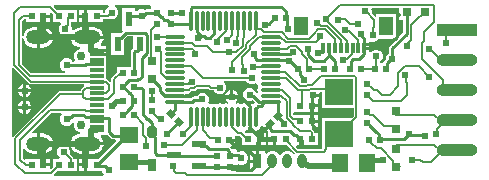
<source format=gtl>
G04*
G04 #@! TF.GenerationSoftware,Altium Limited,Altium Designer,22.1.2 (22)*
G04*
G04 Layer_Physical_Order=1*
G04 Layer_Color=255*
%FSLAX25Y25*%
%MOIN*%
G70*
G04*
G04 #@! TF.SameCoordinates,32997ABC-C250-4A50-851A-9512557143E5*
G04*
G04*
G04 #@! TF.FilePolarity,Positive*
G04*
G01*
G75*
%ADD13C,0.00600*%
%ADD16C,0.00800*%
%ADD17R,0.02362X0.05118*%
%ADD18R,0.03000X0.03000*%
%ADD19R,0.02165X0.02362*%
%ADD20R,0.02362X0.02165*%
%ADD21R,0.04724X0.06299*%
%ADD22R,0.01181X0.03543*%
%ADD23R,0.03000X0.03000*%
%ADD24R,0.05118X0.02362*%
%ADD25R,0.09449X0.08661*%
%ADD26O,0.07087X0.01181*%
%ADD27O,0.01181X0.07087*%
G04:AMPARAMS|DCode=28|XSize=23.62mil|YSize=21.65mil|CornerRadius=0mil|HoleSize=0mil|Usage=FLASHONLY|Rotation=45.000|XOffset=0mil|YOffset=0mil|HoleType=Round|Shape=Rectangle|*
%AMROTATEDRECTD28*
4,1,4,-0.00070,-0.01601,-0.01601,-0.00070,0.00070,0.01601,0.01601,0.00070,-0.00070,-0.01601,0.0*
%
%ADD28ROTATEDRECTD28*%

G04:AMPARAMS|DCode=29|XSize=23.62mil|YSize=21.65mil|CornerRadius=0mil|HoleSize=0mil|Usage=FLASHONLY|Rotation=135.000|XOffset=0mil|YOffset=0mil|HoleType=Round|Shape=Rectangle|*
%AMROTATEDRECTD29*
4,1,4,0.01601,-0.00070,0.00070,-0.01601,-0.01601,0.00070,-0.00070,0.01601,0.01601,-0.00070,0.0*
%
%ADD29ROTATEDRECTD29*%

%ADD30R,0.03150X0.03937*%
G04:AMPARAMS|DCode=31|XSize=39.37mil|YSize=31.5mil|CornerRadius=0mil|HoleSize=0mil|Usage=FLASHONLY|Rotation=90.000|XOffset=0mil|YOffset=0mil|HoleType=Round|Shape=Octagon|*
%AMOCTAGOND31*
4,1,8,0.00787,0.01968,-0.00787,0.01968,-0.01575,0.01181,-0.01575,-0.01181,-0.00787,-0.01968,0.00787,-0.01968,0.01575,-0.01181,0.01575,0.01181,0.00787,0.01968,0.0*
%
%ADD31OCTAGOND31*%

%ADD32R,0.05906X0.05256*%
%ADD33R,0.05256X0.05906*%
%ADD34O,0.13780X0.04016*%
%ADD35R,0.13780X0.04016*%
%ADD36R,0.04528X0.01181*%
%ADD37R,0.04520X0.01180*%
%ADD64C,0.01000*%
%ADD65C,0.02000*%
%ADD66C,0.01500*%
%ADD67O,0.03150X0.04724*%
%ADD68R,0.03150X0.04724*%
%ADD69O,0.09055X0.04724*%
%ADD70O,0.07874X0.04724*%
%ADD71C,0.02953*%
%ADD72C,0.02400*%
G36*
X47524Y57595D02*
Y56535D01*
X45792D01*
X45792Y56535D01*
X45484Y56474D01*
X44938Y56700D01*
X44062D01*
X43254Y56365D01*
X42839Y55950D01*
X42339Y56157D01*
Y56906D01*
X37976D01*
Y49787D01*
X37984D01*
X38191Y49287D01*
X37542Y48638D01*
X34236D01*
Y41520D01*
X38598D01*
Y46522D01*
X39692Y47616D01*
X41717D01*
Y43700D01*
X41586Y43613D01*
X41586Y43613D01*
X41234Y43261D01*
X40991Y42897D01*
X40906Y42468D01*
X40906Y42468D01*
Y37516D01*
X36106D01*
Y35436D01*
X34570Y33899D01*
X34371Y33601D01*
X34301Y33250D01*
Y32704D01*
X33801Y32496D01*
X33258Y33040D01*
X32961Y33238D01*
X32694Y33292D01*
Y36039D01*
X32688D01*
Y38007D01*
X32676D01*
Y39945D01*
X32686D01*
Y41036D01*
X32676D01*
Y41157D01*
X29422D01*
Y42036D01*
X32686D01*
Y42217D01*
X29422D01*
Y43217D01*
X32686D01*
Y44307D01*
X30960D01*
X30791Y44807D01*
X30842Y44847D01*
X31381Y45549D01*
X31720Y46367D01*
X31769Y46745D01*
X26279D01*
X20788D01*
X20838Y46367D01*
X21176Y45549D01*
X21715Y44847D01*
X22418Y44308D01*
X23236Y43969D01*
X23900Y43881D01*
X23867Y43382D01*
X23818D01*
X22908Y43005D01*
X22211Y42308D01*
X21834Y41398D01*
Y40413D01*
X22162Y39622D01*
X21938Y39122D01*
X21417D01*
X21365Y39246D01*
X20746Y39865D01*
X19938Y40200D01*
X19062D01*
X18254Y39865D01*
X17635Y39246D01*
X17300Y38438D01*
Y37562D01*
X17635Y36754D01*
X18254Y36135D01*
X18902Y35866D01*
X18803Y35366D01*
X7628D01*
X4518Y38477D01*
Y46880D01*
X5018Y46913D01*
X5090Y46366D01*
X5428Y45548D01*
X5967Y44846D01*
X6670Y44307D01*
X7488Y43968D01*
X8365Y43853D01*
X9440D01*
Y47244D01*
Y50635D01*
X8365D01*
X7488Y50520D01*
X6670Y50181D01*
X5967Y49642D01*
X5428Y48940D01*
X5090Y48122D01*
X5018Y47575D01*
X4518Y47607D01*
Y52720D01*
X5211Y53413D01*
X5791D01*
Y52248D01*
X11213D01*
Y54331D01*
X11713D01*
Y54831D01*
X13894D01*
Y55415D01*
X14356Y55607D01*
X14846Y55116D01*
Y52248D01*
X17385D01*
X17593Y51748D01*
X17135Y51291D01*
X16800Y50482D01*
Y49607D01*
X17135Y48798D01*
X17754Y48179D01*
X18562Y47844D01*
X19438D01*
X20246Y48179D01*
X20376Y48309D01*
X20692Y48181D01*
X20829Y48055D01*
X20788Y47745D01*
X25779D01*
Y50636D01*
X24113D01*
X23236Y50520D01*
X22418Y50181D01*
X21715Y49643D01*
X21700Y49622D01*
X21200Y49792D01*
Y50482D01*
X20865Y51291D01*
X20793Y51362D01*
X20804Y51418D01*
Y52248D01*
X22949D01*
Y56413D01*
X16144D01*
X15086Y57472D01*
X15277Y57934D01*
X33320D01*
X33419Y57434D01*
X33254Y57365D01*
X32635Y56746D01*
X32300Y55938D01*
Y55350D01*
X31610D01*
Y56413D01*
X26189D01*
Y54331D01*
Y52248D01*
X31610D01*
Y53311D01*
X33331D01*
X33721Y53389D01*
X33770Y53421D01*
X34062Y53300D01*
X34938D01*
X35746Y53635D01*
X36365Y54254D01*
X36700Y55062D01*
Y55938D01*
X36365Y56746D01*
X35746Y57365D01*
X35581Y57434D01*
X35680Y57934D01*
X47164D01*
X47524Y57595D01*
D02*
G37*
G36*
X6788Y31915D02*
X6870Y31832D01*
X6581Y31433D01*
X6483Y31474D01*
X6000Y31674D01*
Y30000D01*
X7674D01*
X7365Y30746D01*
X6977Y31134D01*
X6905Y31206D01*
X7158Y31607D01*
X7190Y31629D01*
X7292Y31608D01*
X7519Y31563D01*
X25076D01*
X25160Y31446D01*
X25265Y31063D01*
X24351Y30149D01*
X24152Y29851D01*
X24082Y29500D01*
Y29418D01*
X17330D01*
X16979Y29348D01*
X16681Y29149D01*
X1751Y14219D01*
X1622Y14025D01*
X1122Y14124D01*
Y36874D01*
X1622Y37081D01*
X6788Y31915D01*
D02*
G37*
G36*
X17871Y21482D02*
X17635Y21246D01*
X17300Y20438D01*
Y19562D01*
X17635Y18754D01*
X18254Y18135D01*
X19062Y17800D01*
X19938D01*
X20746Y18135D01*
X21365Y18754D01*
X21372Y18771D01*
X21834Y18642D01*
Y17657D01*
X22211Y16746D01*
X22908Y16050D01*
X23818Y15673D01*
X23854D01*
X23886Y15173D01*
X23236Y15087D01*
X22418Y14748D01*
X21715Y14209D01*
X21177Y13507D01*
X20838Y12689D01*
X20788Y12311D01*
X26279D01*
X31770D01*
X31720Y12689D01*
X31381Y13507D01*
X30842Y14209D01*
X30757Y14275D01*
X30918Y14748D01*
X32692D01*
X33114Y14558D01*
X34124Y13547D01*
X34124Y13547D01*
X34488Y13304D01*
X34917Y13219D01*
X35631D01*
X35838Y12719D01*
X29926Y6807D01*
X26189D01*
Y4724D01*
Y2642D01*
X31300D01*
Y2562D01*
X31635Y1754D01*
X31767Y1622D01*
X31560Y1122D01*
X15331D01*
X15124Y1622D01*
X16144Y2642D01*
X22949D01*
Y6807D01*
X21670D01*
X21615Y7083D01*
X21417Y7381D01*
X20564Y8234D01*
X20700Y8562D01*
Y9438D01*
X20365Y10246D01*
X19746Y10865D01*
X18938Y11200D01*
X18062D01*
X17254Y10865D01*
X16635Y10246D01*
X16300Y9438D01*
Y8562D01*
X16635Y7754D01*
X17082Y7307D01*
X16874Y6807D01*
X14846D01*
Y3940D01*
X14356Y3449D01*
X13894Y3640D01*
Y4224D01*
X11713D01*
Y4724D01*
X11213D01*
Y6807D01*
X5791D01*
Y6660D01*
X5329Y6468D01*
X4918Y6880D01*
Y10042D01*
X5418Y10142D01*
X5429Y10115D01*
X5968Y9413D01*
X6670Y8874D01*
X7488Y8535D01*
X8365Y8420D01*
X9440D01*
Y11811D01*
Y15202D01*
X8365D01*
X8290Y15192D01*
X8056Y15665D01*
X14373Y21982D01*
X17664D01*
X17871Y21482D01*
D02*
G37*
G36*
X79336Y32572D02*
X79955Y31953D01*
X80764Y31618D01*
X81639D01*
X82447Y31953D01*
X82595Y32101D01*
X83056Y31854D01*
X83024Y31693D01*
X83147Y31072D01*
X83390Y30709D01*
X83147Y30345D01*
X83024Y29724D01*
X83147Y29104D01*
X83207Y29014D01*
X83071Y28704D01*
X82542Y28741D01*
X82274Y29387D01*
X81655Y30005D01*
X80847Y30340D01*
X79972D01*
X79163Y30005D01*
X78544Y29387D01*
X78209Y28578D01*
Y27703D01*
X78544Y26894D01*
X79163Y26275D01*
X79972Y25940D01*
X80847D01*
X81643Y26270D01*
X82213Y25701D01*
X82049Y25158D01*
X81860Y25120D01*
X81496Y24877D01*
X81132Y25120D01*
X81012Y25144D01*
Y24287D01*
X80982Y24243D01*
X80858Y23622D01*
Y20669D01*
Y17717D01*
X80982Y17096D01*
X81012Y17051D01*
Y16194D01*
X81132Y16218D01*
X81496Y16461D01*
X81860Y16218D01*
X82480Y16095D01*
X83101Y16218D01*
X83627Y16570D01*
X83979Y17096D01*
X84102Y17717D01*
Y17729D01*
X84602Y17936D01*
X85365Y17174D01*
X86907Y18716D01*
X87614Y18009D01*
X86072Y16467D01*
X86667Y15871D01*
X86500Y15469D01*
X86500D01*
Y13886D01*
X88681D01*
Y13386D01*
X89181D01*
Y11303D01*
X92911D01*
X95411Y8803D01*
X95409Y8381D01*
X94974Y8417D01*
X94888Y8529D01*
X94350Y8942D01*
X93723Y9201D01*
X93051Y9290D01*
X92379Y9201D01*
X91753Y8942D01*
X91215Y8529D01*
X90828Y8025D01*
X90559Y7989D01*
X90543D01*
X90275Y8025D01*
X89887Y8529D01*
X89350Y8942D01*
X88723Y9201D01*
X88051Y9290D01*
X87379Y9201D01*
X86753Y8942D01*
X86215Y8529D01*
X86126Y8414D01*
X85626Y8583D01*
Y9268D01*
X83551D01*
Y5906D01*
X83051D01*
Y5406D01*
X80476D01*
Y2543D01*
X80028Y2418D01*
X76098D01*
Y3535D01*
X74016D01*
Y4535D01*
X76098D01*
Y4813D01*
X76598Y5065D01*
X77239Y4800D01*
X78114D01*
X78923Y5135D01*
X79541Y5754D01*
X79876Y6562D01*
Y7438D01*
X79541Y8246D01*
X78923Y8865D01*
X78114Y9200D01*
X77239D01*
X76764Y9003D01*
X76733Y9009D01*
X76733Y9009D01*
X76098D01*
Y9957D01*
X74394D01*
X74226Y10207D01*
X74024Y10409D01*
X74231Y10909D01*
X75705D01*
Y12492D01*
X73524D01*
Y13492D01*
X75705D01*
Y14254D01*
X75998Y14471D01*
X76205Y14555D01*
X76483Y14500D01*
X77116D01*
X77839Y13777D01*
Y11303D01*
X83260D01*
Y13386D01*
Y15469D01*
X79077D01*
X78933Y15663D01*
X79146Y16215D01*
X79164Y16218D01*
X79528Y16461D01*
X79891Y16218D01*
X80012Y16194D01*
Y17051D01*
X80042Y17096D01*
X80165Y17717D01*
Y20669D01*
Y23622D01*
X80042Y24243D01*
X80012Y24287D01*
Y25144D01*
X79891Y25120D01*
X79528Y24877D01*
X79164Y25120D01*
X78543Y25244D01*
X77923Y25120D01*
X77559Y24877D01*
X77195Y25120D01*
X76575Y25244D01*
X75954Y25120D01*
X75898Y25156D01*
X75861Y25272D01*
X75875Y25764D01*
X76365Y26254D01*
X76674Y27000D01*
X72326D01*
X72635Y26254D01*
X73254Y25635D01*
X73272Y25627D01*
X73126Y25147D01*
X72638Y25244D01*
X72017Y25120D01*
X71653Y24877D01*
X71290Y25120D01*
X70669Y25244D01*
X70049Y25120D01*
X69685Y24877D01*
X69321Y25120D01*
X68701Y25244D01*
X68080Y25120D01*
X67716Y24877D01*
X67353Y25120D01*
X66997Y25191D01*
X66683Y25678D01*
X66677Y25726D01*
X66862Y26172D01*
Y27047D01*
X66527Y27856D01*
X65908Y28474D01*
X65100Y28809D01*
X64225D01*
X63416Y28474D01*
X62797Y27856D01*
X62679Y27571D01*
X61962D01*
X61533Y27486D01*
X61169Y27243D01*
X61169Y27243D01*
X61001Y27074D01*
X60566Y27104D01*
X60453Y27256D01*
X59327D01*
X59282Y27286D01*
X58661Y27409D01*
X55709D01*
Y28102D01*
X58661D01*
X59282Y28226D01*
X59327Y28256D01*
X60184D01*
X60164Y28354D01*
X60163Y28383D01*
X60407Y28906D01*
X60433Y28911D01*
X60730Y29110D01*
X61047Y29427D01*
X62043D01*
X62394Y29497D01*
X62691Y29696D01*
X63078Y30082D01*
X66600D01*
X66831Y29851D01*
X67129Y29652D01*
X67480Y29582D01*
X68499D01*
X68635Y29254D01*
X69254Y28635D01*
X70062Y28300D01*
X70938D01*
X71746Y28635D01*
X72365Y29254D01*
X72700Y30062D01*
Y30938D01*
X72365Y31746D01*
X71829Y32282D01*
X71920Y32673D01*
X71982Y32782D01*
X79249D01*
X79336Y32572D01*
D02*
G37*
G36*
X104512Y23606D02*
X115143D01*
Y20968D01*
X114663Y20488D01*
X104512D01*
Y10085D01*
X96724D01*
X95968Y10841D01*
X96160Y11303D01*
X96842D01*
Y13386D01*
X97843D01*
Y11303D01*
X103264D01*
Y15469D01*
X102000D01*
Y15649D01*
X101930Y16000D01*
X101732Y16297D01*
X101380Y16649D01*
X101291Y16709D01*
X101442Y17209D01*
X103264D01*
Y18791D01*
X101083D01*
Y19291D01*
X100583D01*
Y21374D01*
X95161D01*
X94918Y21773D01*
Y21928D01*
X95161Y22327D01*
X100583D01*
Y24409D01*
X101083D01*
Y24909D01*
X103264D01*
Y26492D01*
X103264Y26492D01*
X103435Y26921D01*
X103674Y27500D01*
X101500D01*
Y28500D01*
X103674D01*
X103564Y28767D01*
X103841Y29182D01*
X104512D01*
Y23606D01*
D02*
G37*
G36*
X129079Y46236D02*
X127207Y44364D01*
X126964Y44000D01*
X126878Y43571D01*
X126878Y43571D01*
Y41917D01*
X126754Y41865D01*
X126135Y41246D01*
X125800Y40438D01*
Y39913D01*
X125292Y39404D01*
X125048Y39040D01*
X124980Y38697D01*
X124040D01*
X124022Y38725D01*
X123887Y39197D01*
X124404Y39714D01*
X124739Y40523D01*
Y41398D01*
X124404Y42207D01*
X123786Y42826D01*
X122977Y43161D01*
X122102D01*
X121293Y42826D01*
X120791Y42324D01*
X120291Y42489D01*
Y43103D01*
X118701D01*
Y44103D01*
X120291D01*
Y45604D01*
X120707Y45882D01*
X120985Y45767D01*
X121860D01*
X122669Y46102D01*
X123287Y46721D01*
X123294Y46736D01*
X128872D01*
X129079Y46236D01*
D02*
G37*
G36*
X130326Y53090D02*
X131705D01*
Y48862D01*
X129847Y47004D01*
X129347Y47211D01*
Y55035D01*
X122622D01*
Y54329D01*
X122160Y54137D01*
X121093Y55204D01*
X121200Y55462D01*
Y56338D01*
X121064Y56667D01*
X121342Y57082D01*
X130326D01*
Y53090D01*
D02*
G37*
%LPC*%
G36*
X25189Y56413D02*
X23508D01*
Y54831D01*
X25189D01*
Y56413D01*
D02*
G37*
G36*
Y53831D02*
X23508D01*
Y52248D01*
X25189D01*
Y53831D01*
D02*
G37*
G36*
X13894D02*
X12213D01*
Y52248D01*
X13894D01*
Y53831D01*
D02*
G37*
G36*
X28444Y50636D02*
X26779D01*
Y47745D01*
X31769D01*
X31720Y48122D01*
X31381Y48940D01*
X30842Y49643D01*
X30140Y50181D01*
X29322Y50520D01*
X28444Y50636D01*
D02*
G37*
G36*
X11515Y50635D02*
X10440D01*
Y47744D01*
X14840D01*
X14791Y48122D01*
X14452Y48940D01*
X13913Y49642D01*
X13210Y50181D01*
X12393Y50520D01*
X11515Y50635D01*
D02*
G37*
G36*
X14840Y46744D02*
X10440D01*
Y43853D01*
X11515D01*
X12393Y43968D01*
X13210Y44307D01*
X13913Y44846D01*
X14452Y45548D01*
X14791Y46366D01*
X14840Y46744D01*
D02*
G37*
G36*
X5000Y31674D02*
X4254Y31365D01*
X3635Y30746D01*
X3326Y30000D01*
X5000D01*
Y31674D01*
D02*
G37*
G36*
X7674Y29000D02*
X6000D01*
Y27326D01*
X6746Y27635D01*
X7365Y28254D01*
X7674Y29000D01*
D02*
G37*
G36*
X5000D02*
X3326D01*
X3635Y28254D01*
X4254Y27635D01*
X5000Y27326D01*
Y29000D01*
D02*
G37*
G36*
X6000Y26174D02*
Y24500D01*
X7674D01*
X7365Y25246D01*
X6746Y25865D01*
X6000Y26174D01*
D02*
G37*
G36*
X5000D02*
X4254Y25865D01*
X3635Y25246D01*
X3326Y24500D01*
X5000D01*
Y26174D01*
D02*
G37*
G36*
X7674Y23500D02*
X6000D01*
Y21826D01*
X6746Y22135D01*
X7365Y22754D01*
X7674Y23500D01*
D02*
G37*
G36*
X5000D02*
X3326D01*
X3635Y22754D01*
X4254Y22135D01*
X5000Y21826D01*
Y23500D01*
D02*
G37*
G36*
X11515Y15202D02*
X10440D01*
Y12311D01*
X14841D01*
X14791Y12688D01*
X14452Y13506D01*
X13913Y14209D01*
X13211Y14748D01*
X12393Y15086D01*
X11515Y15202D01*
D02*
G37*
G36*
X31770Y11311D02*
X26779D01*
Y8420D01*
X28444D01*
X29322Y8536D01*
X30140Y8874D01*
X30842Y9413D01*
X31381Y10116D01*
X31720Y10934D01*
X31770Y11311D01*
D02*
G37*
G36*
X25779D02*
X20788D01*
X20838Y10934D01*
X21177Y10116D01*
X21715Y9413D01*
X22418Y8874D01*
X23236Y8536D01*
X24114Y8420D01*
X25779D01*
Y11311D01*
D02*
G37*
G36*
X14841Y11311D02*
X10440D01*
Y8420D01*
X11515D01*
X12393Y8535D01*
X13211Y8874D01*
X13913Y9413D01*
X14452Y10115D01*
X14791Y10933D01*
X14841Y11311D01*
D02*
G37*
G36*
X13894Y6807D02*
X12213D01*
Y5224D01*
X13894D01*
Y6807D01*
D02*
G37*
G36*
X25189D02*
X23508D01*
Y5224D01*
X25189D01*
Y6807D01*
D02*
G37*
G36*
Y4224D02*
X23508D01*
Y2642D01*
X25189D01*
Y4224D01*
D02*
G37*
G36*
X75000Y29674D02*
Y28000D01*
X76674D01*
X76365Y28746D01*
X75746Y29365D01*
X75000Y29674D01*
D02*
G37*
G36*
X74000D02*
X73254Y29365D01*
X72635Y28746D01*
X72326Y28000D01*
X74000D01*
Y29674D01*
D02*
G37*
G36*
X85941Y15469D02*
X84260D01*
Y13886D01*
X85941D01*
Y15469D01*
D02*
G37*
G36*
X88181Y12886D02*
X86500D01*
Y11303D01*
X88181D01*
Y12886D01*
D02*
G37*
G36*
X85941D02*
X84260D01*
Y11303D01*
X85941D01*
Y12886D01*
D02*
G37*
G36*
X82551Y9268D02*
X80476D01*
Y6406D01*
X82551D01*
Y9268D01*
D02*
G37*
G36*
X103264Y23910D02*
X101583D01*
Y22327D01*
X103264D01*
Y23910D01*
D02*
G37*
G36*
X101583Y21374D02*
Y19791D01*
X103264D01*
Y21374D01*
X101583D01*
D02*
G37*
%LPD*%
D13*
X47579Y39674D02*
Y49547D01*
X55694Y47456D02*
X55709Y47441D01*
X47579Y39674D02*
X48031Y39221D01*
X49679Y47471D02*
X49694Y47456D01*
X47579Y49547D02*
X49606Y51575D01*
X49694Y47456D02*
X55694D01*
X49965Y43283D02*
X51000Y42248D01*
Y35278D02*
Y42248D01*
X49965Y43283D02*
Y43500D01*
X51000Y35278D02*
X52616Y33661D01*
X48000Y26311D02*
X48031Y26280D01*
X48000Y26311D02*
Y29521D01*
X7248Y34449D02*
X29430D01*
X3600Y38097D02*
X7248Y34449D01*
X7519Y32481D02*
X29421D01*
X2000Y38000D02*
Y55500D01*
Y38000D02*
X7519Y32481D01*
X3600Y38097D02*
Y53100D01*
X33619Y29619D02*
Y31381D01*
X29511Y32391D02*
X32609D01*
X33619Y31381D01*
X4000Y57500D02*
X13760D01*
X2000Y55500D02*
X4000Y57500D01*
X19000Y50044D02*
Y50531D01*
X19887Y51418D01*
Y53548D01*
X52616Y33661D02*
X55709D01*
X110521Y58000D02*
X141648D01*
X142000Y52500D02*
Y57648D01*
X138630Y49130D02*
X142000Y52500D01*
X141648Y58000D02*
X142000Y57648D01*
X119000Y55900D02*
X119100D01*
X106041Y53521D02*
X110521Y58000D01*
X119100Y55900D02*
X122000Y53000D01*
X134226Y51405D02*
X137134Y54312D01*
X133000Y44500D02*
Y44987D01*
X134226Y46213D02*
Y51405D01*
X133000Y44987D02*
X134226Y46213D01*
X138630Y46000D02*
Y49130D01*
X121539Y21461D02*
X125396Y17604D01*
X129134D01*
X120468Y21461D02*
X121539D01*
X119685Y22244D02*
X120468Y21461D01*
X119685Y22244D02*
Y22343D01*
X146000Y45320D02*
Y47820D01*
X147708Y49528D01*
X138000Y45370D02*
X138630Y46000D01*
X138000Y40000D02*
Y45370D01*
X140426Y43500D02*
X144398Y39528D01*
X140100Y43500D02*
X140426D01*
X144398Y39528D02*
X149606D01*
X106062Y53500D02*
X106386Y53176D01*
X109991Y52963D02*
X110238Y53210D01*
X112400D01*
X113945Y51665D01*
X116443D01*
X112204Y49704D02*
X112543Y49365D01*
X106386Y52553D02*
Y53176D01*
X103351Y52000D02*
X104252Y51100D01*
X110827Y43603D02*
Y46415D01*
X104252Y51100D02*
X106141D01*
X110827Y46415D01*
X103000Y52000D02*
X103351D01*
X105644Y49900D02*
X108767Y46777D01*
Y43693D02*
Y46777D01*
X103375Y49900D02*
X105644D01*
X106386Y52553D02*
X112794Y46144D01*
X112543Y49365D02*
X113635D01*
X112794Y43603D02*
Y46144D01*
X101892Y48418D02*
X103375Y49900D01*
X102511Y45636D02*
X103992Y47118D01*
X100373Y46836D02*
X101892Y48356D01*
X103992Y47118D02*
Y47548D01*
X93269Y46836D02*
X100373D01*
X101892Y48356D02*
Y48418D01*
X92496Y45636D02*
X102511D01*
X122000Y50567D02*
Y53000D01*
X121700Y50267D02*
X122000Y50567D01*
X121700Y48245D02*
Y50267D01*
X137626Y54312D02*
X138826Y55512D01*
X137134Y54312D02*
X137626D01*
X120177Y12992D02*
X120276D01*
X121058Y12209D01*
X122969Y10200D02*
X124300D01*
X121058Y12111D02*
Y12209D01*
Y12111D02*
X122969Y10200D01*
X128365Y5286D02*
X128925Y4726D01*
X128365Y5286D02*
Y6135D01*
X128925Y4726D02*
X129774D01*
X130576Y3924D01*
X124300Y10200D02*
X128365Y6135D01*
X126135Y25970D02*
X126292Y26128D01*
X130759D01*
X132790Y28159D01*
X119685Y27953D02*
X121668Y25970D01*
X126135D01*
X62621Y44320D02*
X66180D01*
X68300Y42200D01*
X73500D01*
X64921Y33700D02*
X81083D01*
X81201Y33818D01*
X78300Y36200D02*
Y38100D01*
Y36200D02*
X78500Y36000D01*
X78000Y38400D02*
X78300Y38100D01*
X81853Y37487D02*
X87487D01*
X81649Y37283D02*
X81853Y37487D01*
X87487D02*
X87598Y37598D01*
X78000Y38400D02*
Y40803D01*
X61023Y37598D02*
X64921Y33700D01*
X74500Y36400D02*
Y39000D01*
X4000Y12907D02*
X13993Y22900D01*
X25607D02*
X25869Y22638D01*
X13993Y22900D02*
X25607D01*
X25869Y22638D02*
X29428D01*
X58200Y15000D02*
Y15045D01*
X60827Y17672D02*
Y20669D01*
X58200Y15045D02*
X60827Y17672D01*
X57752Y11500D02*
X59430Y13178D01*
X59678D02*
X62761Y16261D01*
X52223Y11500D02*
X57752D01*
X59430Y13178D02*
X59678D01*
X62761Y16261D02*
Y20635D01*
X62795Y20669D01*
X51915Y11192D02*
X52223Y11500D01*
X46000Y11000D02*
Y13751D01*
X45000Y14751D02*
X46000Y13751D01*
X45000Y14751D02*
Y18386D01*
X121422Y47967D02*
X121700Y48245D01*
X147708Y49528D02*
X149606D01*
X113635Y49365D02*
X116732Y46268D01*
Y43603D02*
Y46268D01*
X100230Y29700D02*
X100630Y30100D01*
X98024Y23910D02*
Y29649D01*
X97100Y30900D02*
X99370D01*
X96603Y29700D02*
X100230D01*
X92370Y35630D02*
X97100Y30900D01*
X92642Y33661D02*
X96603Y29700D01*
X99770Y31300D02*
X101300D01*
X98024Y29649D02*
X98075Y29700D01*
X99370Y30900D02*
X99770Y31300D01*
X109073Y30100D02*
X110236Y28937D01*
X100630Y30100D02*
X109073D01*
X87598Y35630D02*
X92370D01*
X87598Y33661D02*
X92642D01*
X93811Y44436D02*
X95870D01*
X87598Y43504D02*
X92879D01*
X91174Y48932D02*
X93269Y46836D01*
X97973Y41547D02*
Y42333D01*
X90691Y47441D02*
X92496Y45636D01*
X92879Y43504D02*
X93811Y44436D01*
X95870D02*
X97973Y42333D01*
Y41547D02*
X99611Y39909D01*
Y37298D02*
Y39909D01*
X82480Y49906D02*
Y50175D01*
X100295Y36614D02*
X105217D01*
X82480Y48177D02*
Y49906D01*
X99611Y37298D02*
X100295Y36614D01*
X96760Y18693D02*
Y19291D01*
X94893Y20074D02*
X96560D01*
X97342Y19291D01*
X92800Y20470D02*
Y25929D01*
X94949Y18149D02*
Y18321D01*
X97097Y16000D02*
X100731D01*
X94949Y18149D02*
X97097Y16000D01*
X92800Y20470D02*
X94949Y18321D01*
X94000Y20967D02*
Y26992D01*
Y20967D02*
X94893Y20074D01*
X92520Y12992D02*
X96344Y9168D01*
X105077D01*
X105812Y9902D01*
X101083Y13287D02*
Y15649D01*
X100731Y16000D02*
X101083Y15649D01*
X92421Y12992D02*
X92520D01*
X105812Y9902D02*
Y12028D01*
X107894Y14110D01*
X91008Y27721D02*
X92800Y25929D01*
X91302Y29690D02*
X94000Y26992D01*
X66980Y31000D02*
X67480Y30500D01*
X55820Y31804D02*
X60045D01*
X62043Y30345D02*
X62698Y31000D01*
X60667Y30345D02*
X62043D01*
X62698Y31000D02*
X66980D01*
X60686Y32445D02*
X61173D01*
X60082Y29759D02*
X60667Y30345D01*
X67480Y30500D02*
X70500D01*
X60045Y31804D02*
X60686Y32445D01*
X55709Y31693D02*
X55820Y31804D01*
X50691Y20416D02*
X51035Y20071D01*
X48031Y22441D02*
X50057Y20416D01*
X50691D01*
X101300Y31300D02*
X104368Y34368D01*
X134500Y6500D02*
X137399D01*
X138349Y5550D01*
X140761D01*
X144738Y9528D01*
X104368Y34368D02*
X115416D01*
X80500Y43303D02*
Y44500D01*
X83441Y47441D01*
X79300Y44997D02*
X82480Y48177D01*
X83441Y47441D02*
X90691D01*
X79300Y43800D02*
Y44997D01*
X78000Y40803D02*
X80500Y43303D01*
X74500Y39000D02*
X79300Y43800D01*
X85099Y48932D02*
X91174D01*
X84124Y49906D02*
X85099Y48932D01*
X82749Y49906D02*
X84124D01*
X82480Y50175D02*
X82749Y49906D01*
X133500Y15000D02*
X133750Y14750D01*
X138750D02*
X139000Y14500D01*
X142500Y15000D02*
X142768Y15268D01*
Y16755D01*
X129134Y11451D02*
X141985D01*
X143908Y9528D02*
X144738D01*
X141985Y11451D02*
X143908Y9528D01*
X140295Y33987D02*
Y34076D01*
X136756Y37615D02*
X140295Y34076D01*
X132299Y37615D02*
X136756D01*
X130000Y35315D02*
X132299Y37615D01*
X132274Y34620D02*
X132490Y34404D01*
X130000Y30920D02*
Y35315D01*
X132490Y32325D02*
Y34404D01*
X132790Y28159D02*
Y32025D01*
X132490Y32325D02*
X132790Y32025D01*
X48031Y22441D02*
Y22539D01*
X55344Y2656D02*
Y4156D01*
X55000Y4500D02*
X55344Y4156D01*
Y2656D02*
X55906Y2094D01*
X76164Y47412D02*
X76464Y47712D01*
X78100Y44297D02*
Y46784D01*
X78543Y47227D01*
X76000Y45311D02*
X76164Y45475D01*
X72803Y46470D02*
X73070D01*
X76464Y47712D02*
Y52448D01*
X73070Y46470D02*
X74606Y48006D01*
X76164Y45475D02*
Y47412D01*
X76003Y42200D02*
X78100Y44297D01*
X78543Y47227D02*
Y52559D01*
X76464Y52448D02*
X76575Y52559D01*
X73700Y42200D02*
X76003D01*
X73600Y42100D02*
X73700Y42200D01*
X69426Y45763D02*
Y46238D01*
X72638Y49449D01*
Y52559D01*
X74606Y48006D02*
Y52559D01*
X145237Y19224D02*
Y19528D01*
X138000Y40000D02*
X145024Y32976D01*
X146602Y29528D02*
X149606D01*
X145024Y31105D02*
X146602Y29528D01*
X145024Y31105D02*
Y32976D01*
X62472Y44469D02*
X62621Y44320D01*
X61362Y45472D02*
X62366Y44469D01*
X62472D01*
X55709Y45472D02*
X61362D01*
X61760Y42178D02*
X62104Y41834D01*
X61760Y42178D02*
Y43046D01*
X55709Y43504D02*
X61302D01*
X61760Y43046D01*
X55709Y37598D02*
X61023D01*
X55906Y2094D02*
X58875D01*
X59469Y1500D01*
X84704D01*
X19887Y53548D02*
X20669Y54331D01*
X55743Y29759D02*
X60082D01*
X55709Y29724D02*
X55743Y29759D01*
X74641Y17260D02*
Y20635D01*
X76483Y15417D02*
X77496D01*
X79921Y12992D01*
X74641Y17260D02*
X76483Y15417D01*
X84704Y1500D02*
X88051Y4847D01*
X74606Y20669D02*
X74641Y20635D01*
X111554Y39635D02*
X111860Y39941D01*
X112910D02*
X114573Y41605D01*
X111860Y39941D02*
X112910D01*
X114573Y41605D02*
Y43412D01*
X114763Y43603D01*
X127131Y28051D02*
X130000Y30920D01*
X121146Y30232D02*
X121182D01*
X119685Y31693D02*
X121146Y30232D01*
X122949Y29610D02*
X124409Y28150D01*
X121182Y30232D02*
X121804Y29610D01*
X122949D01*
X124409Y28051D02*
X127131D01*
X124409D02*
Y28150D01*
X108767Y43693D02*
X108858Y43603D01*
X122539Y36614D02*
Y40961D01*
X122500Y41000D02*
X122539Y40961D01*
X119685Y27953D02*
Y28051D01*
Y31693D02*
Y31791D01*
X88051Y4847D02*
Y5906D01*
X42126Y21260D02*
X45000Y18386D01*
X42028Y21260D02*
X42126D01*
X20768Y4724D02*
Y6732D01*
X18500Y9000D02*
X20768Y6732D01*
X20669Y54331D02*
X20768D01*
X9940Y11811D02*
X9940Y11811D01*
X26279D02*
X26279Y11811D01*
X9940Y47244D02*
X9992D01*
X26279D02*
X26279Y47244D01*
X9940D02*
X9940Y47244D01*
X142768Y16755D02*
X145237Y19224D01*
X143908Y19528D02*
X145237D01*
X149606D01*
X144738Y9528D02*
X149606D01*
X141985Y21451D02*
X143908Y19528D01*
X129134Y21451D02*
X141985D01*
X117618Y36614D02*
X122539D01*
X49606Y51575D02*
Y51673D01*
X115416Y34368D02*
X116061Y33723D01*
X114352Y16975D02*
Y18880D01*
X116061Y20588D01*
Y33723D01*
X87633Y29690D02*
X91302D01*
X87598Y29724D02*
X87633Y29690D01*
X87598Y27756D02*
X87633Y27721D01*
X91008D01*
X79921Y12992D02*
X80020D01*
X33075Y26575D02*
X35219Y28719D01*
Y33250D01*
X29513Y28634D02*
X32634D01*
X33619Y29619D01*
X35219Y33250D02*
X37402Y35433D01*
X37500D01*
X29422Y28543D02*
X29513Y28634D01*
X29428Y26575D02*
X33075D01*
X4000Y6500D02*
Y12907D01*
Y6500D02*
X5776Y4724D01*
X7972D01*
X2400Y5100D02*
X5500Y2000D01*
X2400Y5100D02*
Y13570D01*
X5500Y2000D02*
X14205D01*
X25000Y28500D02*
Y29500D01*
Y27500D02*
Y28500D01*
X17330D02*
X25000D01*
X2400Y13570D02*
X17330Y28500D01*
X14205Y2000D02*
X16929Y4724D01*
X17028D01*
X26012Y30512D02*
X29428D01*
X25000Y27500D02*
X25925Y26575D01*
X25000Y29500D02*
X26012Y30512D01*
X3600Y53100D02*
X4831Y54331D01*
X16929D02*
X17028D01*
X13760Y57500D02*
X16929Y54331D01*
X25925Y26575D02*
X29428D01*
X29421Y32481D02*
X29511Y32391D01*
X29430Y34449D02*
X29430Y34449D01*
X4831Y54331D02*
X7972D01*
D16*
X29429D02*
X33331D01*
X34500Y55500D01*
X64764Y16236D02*
Y20669D01*
Y16236D02*
X67325Y13675D01*
X69101D01*
X69784Y12992D01*
D17*
X40157Y53347D02*
D03*
X43898Y45079D02*
D03*
X36417D02*
D03*
D18*
X48031Y39221D02*
D03*
Y33221D02*
D03*
X129134Y10086D02*
D03*
Y4086D02*
D03*
X129134Y16685D02*
D03*
Y22685D02*
D03*
D19*
X119685Y18602D02*
D03*
Y22343D02*
D03*
X69685Y4035D02*
D03*
Y7776D02*
D03*
X54331Y55413D02*
D03*
Y51673D02*
D03*
X74016Y4035D02*
D03*
Y7776D02*
D03*
X49606Y51673D02*
D03*
Y55413D02*
D03*
X48031Y22539D02*
D03*
Y26280D02*
D03*
X119685Y31791D02*
D03*
Y28051D02*
D03*
D20*
X123917Y12992D02*
D03*
X120177D02*
D03*
X113878Y36614D02*
D03*
X117618D02*
D03*
X42028Y21260D02*
D03*
X38287D02*
D03*
X29429Y54331D02*
D03*
X25689D02*
D03*
X29429Y4724D02*
D03*
X25689D02*
D03*
X17028D02*
D03*
X20768D02*
D03*
X88808Y53678D02*
D03*
X92548D02*
D03*
X38287Y30709D02*
D03*
X42028D02*
D03*
X17028Y54331D02*
D03*
X20768D02*
D03*
X38287Y25984D02*
D03*
X42028D02*
D03*
X38287Y35433D02*
D03*
X42028D02*
D03*
X11713Y54331D02*
D03*
X7972D02*
D03*
X11713Y4724D02*
D03*
X7972D02*
D03*
X96555Y36614D02*
D03*
X100295D02*
D03*
X105217D02*
D03*
X108957D02*
D03*
X122146D02*
D03*
X125886D02*
D03*
X69784Y12992D02*
D03*
X73524D02*
D03*
X97342Y13386D02*
D03*
X101083D02*
D03*
Y19291D02*
D03*
X97342D02*
D03*
X88681Y13386D02*
D03*
X92421D02*
D03*
X101083Y24409D02*
D03*
X97342D02*
D03*
X80020Y13386D02*
D03*
X83760D02*
D03*
D21*
X125985Y50886D02*
D03*
X97637D02*
D03*
D22*
X104920Y43603D02*
D03*
X106889D02*
D03*
X108858D02*
D03*
X110827D02*
D03*
X112794D02*
D03*
X114763D02*
D03*
X116732D02*
D03*
X118701D02*
D03*
D23*
X138826Y55590D02*
D03*
X132826D02*
D03*
D24*
X63634Y4260D02*
D03*
Y11740D02*
D03*
X55366Y8000D02*
D03*
D25*
X110236Y15157D02*
D03*
Y28937D02*
D03*
D26*
X87598Y25787D02*
D03*
Y27756D02*
D03*
Y29724D02*
D03*
Y31693D02*
D03*
Y33661D02*
D03*
Y35630D02*
D03*
Y37598D02*
D03*
Y39567D02*
D03*
Y41535D02*
D03*
Y43504D02*
D03*
Y45472D02*
D03*
Y47441D02*
D03*
X55709D02*
D03*
Y45472D02*
D03*
Y43504D02*
D03*
Y41535D02*
D03*
Y39567D02*
D03*
Y37598D02*
D03*
Y35630D02*
D03*
Y33661D02*
D03*
Y31693D02*
D03*
Y29724D02*
D03*
Y27756D02*
D03*
Y25787D02*
D03*
D27*
X82480Y52559D02*
D03*
X80512D02*
D03*
X78543D02*
D03*
X76575D02*
D03*
X74606D02*
D03*
X72638D02*
D03*
X70669D02*
D03*
X68701D02*
D03*
X66732D02*
D03*
X64764D02*
D03*
X62795D02*
D03*
X60827D02*
D03*
Y20669D02*
D03*
X62795D02*
D03*
X64764D02*
D03*
X66732D02*
D03*
X68701D02*
D03*
X70669D02*
D03*
X72638D02*
D03*
X74606D02*
D03*
X76575D02*
D03*
X78543D02*
D03*
X80512D02*
D03*
X82480D02*
D03*
D28*
X87260Y18363D02*
D03*
X89905Y21007D02*
D03*
D29*
X56822Y19178D02*
D03*
X54178Y21822D02*
D03*
D30*
X48031Y4724D02*
D03*
D31*
Y15748D02*
D03*
D32*
X40157Y14734D02*
D03*
Y5738D02*
D03*
D33*
X119459Y5512D02*
D03*
X110463D02*
D03*
D34*
X149606Y9528D02*
D03*
Y29528D02*
D03*
Y39528D02*
D03*
Y19528D02*
D03*
D35*
Y49528D02*
D03*
D36*
X29428Y16339D02*
D03*
Y17520D02*
D03*
X29428Y19488D02*
D03*
Y20670D02*
D03*
X29428Y22638D02*
D03*
Y26575D02*
D03*
X29422Y28544D02*
D03*
X29428Y30512D02*
D03*
X29421Y32481D02*
D03*
X29430Y34449D02*
D03*
X29412Y38386D02*
D03*
Y39567D02*
D03*
X29422Y41536D02*
D03*
Y42717D02*
D03*
D37*
X29428Y24607D02*
D03*
X29428Y36417D02*
D03*
D64*
X37628Y47138D02*
X39228Y48738D01*
X36417Y46457D02*
X37098Y47138D01*
X39228Y48738D02*
X45534D01*
X37098Y47138D02*
X37628D01*
X36417Y45927D02*
Y46457D01*
X44500Y34086D02*
Y40385D01*
X46179Y42064D01*
X45534Y48738D02*
X46179Y48093D01*
Y42064D02*
Y48093D01*
X43382Y33250D02*
X43664D01*
X44500Y34086D01*
X43022Y32891D02*
X43382Y33250D01*
X39500Y22472D02*
Y22650D01*
X41346Y24497D01*
Y25402D01*
X38969Y21941D02*
X39500Y22472D01*
X38287Y21260D02*
X38386D01*
X38969Y21843D02*
Y21941D01*
X38386Y21260D02*
X38969Y21843D01*
X41346Y25402D02*
X41929Y25984D01*
X42028D01*
X39746Y29170D02*
X40391Y28526D01*
X39746Y29170D02*
Y29348D01*
X40569Y28526D02*
X41376Y27718D01*
X40391Y28526D02*
X40569D01*
X41959Y25984D02*
X42028D01*
X41376Y26567D02*
X41959Y25984D01*
X41376Y26567D02*
Y27718D01*
X43898Y43701D02*
Y45079D01*
X42028Y35433D02*
Y42468D01*
X42379Y42820D02*
X43016D01*
X42028Y42468D02*
X42379Y42820D01*
X43016D02*
X43898Y43701D01*
X40292Y32891D02*
X43022D01*
X132826Y48397D02*
Y55512D01*
X128000Y43571D02*
X132826Y48397D01*
X128000Y40000D02*
Y43571D01*
X128802Y46636D02*
X129447Y47280D01*
X118791Y44874D02*
X126758D01*
X128519Y46636D01*
X128802D01*
X129447Y47280D02*
Y54112D01*
X130226Y54892D01*
X118701Y44784D02*
X118791Y44874D01*
X123591Y13397D02*
X123824D01*
X123414Y13575D02*
Y14874D01*
X122458Y15829D02*
X123414Y14874D01*
X120366Y17921D02*
X122458Y15829D01*
Y15829D02*
Y15829D01*
X123414Y13575D02*
X123591Y13397D01*
X120177Y18012D02*
X120268Y17921D01*
X120366D01*
X124322Y13397D02*
X131897D01*
X133500Y15000D01*
X125886Y36614D02*
X126085Y36813D01*
Y38611D01*
X127206Y39732D01*
X127732D01*
X128000Y40000D01*
X20740Y20578D02*
X21662Y21500D01*
X20457Y20578D02*
X20740D01*
X19500Y20000D02*
X19879D01*
X20457Y20578D01*
X21662Y21500D02*
X25027D01*
X25858Y20669D01*
X29428D01*
X105270Y39500D02*
X106962Y41192D01*
X100000Y41500D02*
X102000Y39500D01*
X105270D01*
X103083Y42066D02*
X103348Y42331D01*
X104830D01*
X104920Y42421D01*
X53000Y15355D02*
X56822Y19178D01*
X53000Y15000D02*
Y15355D01*
X56822Y19178D02*
Y19178D01*
X49000Y8586D02*
Y13891D01*
X49586Y8000D02*
X56744D01*
X48031Y14860D02*
Y15748D01*
X49000Y8586D02*
X49586Y8000D01*
X48031Y14860D02*
X49000Y13891D01*
X118701Y44784D02*
Y46822D01*
X117557Y47966D02*
X118701Y46822D01*
X117557Y47966D02*
Y48453D01*
X118610Y41563D02*
Y43603D01*
X118701D02*
Y44784D01*
X93602Y39567D02*
X95774Y37395D01*
X87598Y39567D02*
X92758D01*
X93089Y39235D02*
X93468D01*
X92758Y39567D02*
X93089Y39235D01*
X97157Y34830D02*
Y36031D01*
X98232Y33268D02*
Y33755D01*
Y33268D02*
X98500Y33000D01*
X96574Y36614D02*
X97157Y36031D01*
Y34830D02*
X98232Y33755D01*
X96457Y36614D02*
X96574D01*
X101291Y23437D02*
Y27791D01*
X87191Y18293D02*
X87260Y18363D01*
X101291Y27791D02*
X101500Y28000D01*
X94621Y42336D02*
X95000D01*
X87598Y41535D02*
X93821D01*
X94621Y42336D01*
X104920Y42421D02*
Y43603D01*
X100000Y41500D02*
Y43500D01*
X89975Y20404D02*
X90013Y20442D01*
X92000Y18300D02*
Y18606D01*
X90164Y20442D02*
X92000Y18606D01*
X87275Y16725D02*
X88000Y16000D01*
X93865D01*
X87191Y17469D02*
Y18293D01*
X90013Y20442D02*
X90164D01*
X93865Y16000D02*
X95265Y14600D01*
X89975Y20404D02*
Y25704D01*
X83079Y13575D02*
Y14421D01*
X80477Y20704D02*
X80546Y20635D01*
Y16954D02*
X83079Y14421D01*
X83661Y12992D02*
X83858D01*
X80546Y16954D02*
Y20635D01*
X95265Y14600D02*
X96030D01*
X97244Y13386D01*
X97342D01*
X97770Y12958D01*
X87191Y17469D02*
X87275Y17385D01*
Y16725D02*
Y17385D01*
X103414Y10842D02*
X104000Y11428D01*
X97770D02*
Y12958D01*
X104000Y11428D02*
Y15291D01*
X98356Y10842D02*
X103414D01*
X97770Y11428D02*
X98356Y10842D01*
X84441Y15543D02*
X87260Y18363D01*
X84441Y13575D02*
Y15543D01*
X101181Y18110D02*
X104000Y15291D01*
X101083Y18110D02*
X101181D01*
X84708Y25787D02*
X85038D01*
X84770Y24897D02*
Y25519D01*
X85038Y25787D02*
X87598D01*
X82480Y20669D02*
Y23465D01*
X83360Y24345D01*
X84218D01*
X84770Y24897D01*
Y25519D02*
X85038Y25787D01*
X61530Y28945D02*
X62622D01*
X60341Y27756D02*
X61530Y28945D01*
X62622D02*
X63278Y29600D01*
X66400D01*
X64503Y26450D02*
X64662Y26609D01*
X61962Y26450D02*
X64503D01*
X61300Y25787D02*
X61962Y26450D01*
X66400Y29600D02*
X68500Y27500D01*
X74500D01*
X74518Y27518D02*
X77482D01*
X74500Y27500D02*
X74518Y27518D01*
X77482D02*
X80477Y24523D01*
X62830Y48860D02*
X64135Y47554D01*
X63746Y4148D02*
X70754D01*
X55709Y25787D02*
X61300D01*
X82898Y39602D02*
X87564D01*
X82127Y40373D02*
X82898Y39602D01*
X82127Y40373D02*
Y41425D01*
X81859Y41693D02*
X82127Y41425D01*
X101083Y23228D02*
X101291Y23437D01*
X95774Y37297D02*
Y37395D01*
Y37297D02*
X96457Y36614D01*
X60827Y52559D02*
Y57148D01*
X61178Y57500D01*
X91000D01*
X92548Y55952D01*
Y53678D02*
Y55952D01*
Y53678D02*
X92812Y53414D01*
Y50264D02*
Y53414D01*
Y50264D02*
X93075Y50000D01*
X85768Y51768D02*
X86799D01*
X85500Y51500D02*
X85768Y51768D01*
X86799D02*
X88709Y53678D01*
X133750Y14750D02*
X138750D01*
X45000Y21500D02*
Y29790D01*
X44414Y30376D02*
X45000Y29790D01*
X42360Y30376D02*
X44414D01*
X42028Y30709D02*
X42360Y30376D01*
X87564Y39602D02*
X87598Y39567D01*
X80677Y27872D02*
X81325D01*
X80477Y20704D02*
Y24523D01*
X80409Y28140D02*
X80677Y27872D01*
X81325D02*
X81349Y27849D01*
X81651D01*
X63401Y46969D02*
X63550D01*
X64135Y47554D01*
X65363D01*
X65745Y47172D01*
X62830Y48860D02*
Y52524D01*
X62795Y52559D02*
X62830Y52524D01*
X68675Y52534D02*
X68701Y52559D01*
X68675Y48675D02*
Y52534D01*
X67172Y47172D02*
X68675Y48675D01*
X65745Y47172D02*
X67172D01*
X44500Y54500D02*
X44879D01*
X40839D02*
X44500D01*
X87598Y25787D02*
X89891D01*
X81651Y27849D02*
X83701Y25799D01*
X19500Y38000D02*
X23006D01*
X23077Y37929D01*
X25543D01*
X26000Y38386D01*
X29412D01*
X54374Y55457D02*
X57957D01*
X54331Y55413D02*
X54374Y55457D01*
X57957D02*
X58000Y55500D01*
X77621Y7000D02*
X77676D01*
X79655Y10089D02*
X83051Y6693D01*
X76526Y10089D02*
X79655D01*
X74128Y7888D02*
X76733D01*
X73622Y12992D02*
X76526Y10089D01*
X73524Y12992D02*
X73622D01*
X83051Y5906D02*
Y6693D01*
X76733Y7888D02*
X77621Y7000D01*
X83051Y6693D02*
Y12284D01*
Y5118D02*
Y5906D01*
X76306Y2914D02*
X80847D01*
X83051Y5118D01*
X74598Y3354D02*
X75865D01*
X74016Y3937D02*
X74598Y3354D01*
X75865D02*
X76306Y2914D01*
X74016Y3937D02*
Y4035D01*
X70866D02*
X74016D01*
X55709Y27756D02*
X60341D01*
X74016Y7776D02*
X74128Y7888D01*
X66943Y10057D02*
X72791D01*
X63634Y11740D02*
X64315Y11059D01*
X65941D02*
X66943Y10057D01*
X64315Y11059D02*
X65941D01*
X73433Y8358D02*
Y9414D01*
X72791Y10057D02*
X73433Y9414D01*
Y8358D02*
X74016Y7776D01*
X56520D02*
X69685D01*
X70754Y4148D02*
X70866Y4035D01*
X63634Y4260D02*
X63746Y4148D01*
X56520Y7776D02*
X56744Y8000D01*
X83858Y12992D02*
X88681D01*
X114297Y37033D02*
Y39297D01*
X113878Y36614D02*
X114297Y37033D01*
Y39297D02*
X115000Y40000D01*
X108957Y36614D02*
Y39197D01*
X106962Y41192D02*
X108957Y39197D01*
X117047Y40000D02*
X118610Y41563D01*
X115000Y40000D02*
X117047D01*
X45000Y21500D02*
X45599Y20901D01*
X46390Y20008D02*
X46492D01*
X45599Y20799D02*
Y20901D01*
X47923Y15857D02*
Y18577D01*
X45599Y20799D02*
X46390Y20008D01*
X47923Y15857D02*
X48031Y15748D01*
X46492Y20008D02*
X47923Y18577D01*
X40157Y53819D02*
X40839Y54500D01*
X44879D02*
X45792Y55413D01*
X40157Y53543D02*
Y53819D01*
X45792Y55413D02*
X49606D01*
X83701Y25799D02*
X84696D01*
X84708Y25787D01*
X29764Y4390D02*
X32110D01*
X33500Y3000D01*
X29429Y4724D02*
X29764Y4390D01*
X54178Y21822D02*
Y21822D01*
X55709Y23353D01*
Y25787D01*
X123917Y12992D02*
X124322Y13397D01*
X88709Y53678D02*
X88808D01*
X106962Y41192D02*
Y43530D01*
X106889Y43603D02*
X106962Y43530D01*
X60743Y51673D02*
X60827Y51757D01*
Y52559D01*
X54331Y51673D02*
X60743D01*
X52970Y53132D02*
X54331Y51772D01*
X50967Y53954D02*
X51145D01*
X49606Y55315D02*
Y55413D01*
X54331Y51673D02*
Y51772D01*
X51967Y53132D02*
X52970D01*
X51145Y53954D02*
X51967Y53132D01*
X49606Y55315D02*
X50967Y53954D01*
X89891Y25787D02*
X89975Y25704D01*
X101083Y18110D02*
Y23228D01*
X83079Y12409D02*
X83661Y12992D01*
X83079Y12311D02*
Y12409D01*
X83051Y12284D02*
X83079Y12311D01*
X83858Y12992D02*
X84441Y13575D01*
X83079D02*
X83661Y12992D01*
X38287Y30709D02*
X38386D01*
X39746Y29348D01*
X48031Y33510D02*
X50700Y30841D01*
Y29390D02*
Y30841D01*
Y29390D02*
X52299Y27790D01*
X55674D02*
X55709Y27756D01*
X52299Y27790D02*
X55674D01*
X38969Y31291D02*
Y31567D01*
X40292Y32891D01*
X38386Y30709D02*
X38969Y31291D01*
X29860Y5057D02*
Y5156D01*
X29429Y4724D02*
X29528D01*
X38280Y12856D02*
X40157Y14734D01*
X29528Y4724D02*
X29860Y5057D01*
X37561Y12856D02*
X38280D01*
X29860Y5156D02*
X37561Y12856D01*
X33500Y15758D02*
X34917Y14341D01*
X30440Y20500D02*
X33442D01*
X33500Y20442D01*
Y15758D02*
Y20442D01*
X34917Y14341D02*
X39045D01*
X29412Y38386D02*
Y39567D01*
D65*
X9992Y47244D02*
X26279D01*
X98582Y4898D02*
X99399D01*
X109451Y4500D02*
X110463Y5512D01*
X98051Y5429D02*
Y5906D01*
X99399Y4898D02*
X99798Y4500D01*
X98051Y5429D02*
X98582Y4898D01*
X99798Y4500D02*
X109451D01*
X27749Y42717D02*
X29422D01*
X27755Y16339D02*
X29428D01*
X9940Y11811D02*
X26279D01*
X25689Y47834D02*
X26279Y47244D01*
X9992D02*
X11713Y48964D01*
X27665Y16248D02*
X27755Y16339D01*
X26279Y11811D02*
X27665Y13197D01*
Y16248D01*
X27659Y42807D02*
X27749Y42717D01*
X26279Y47244D02*
X27659Y45864D01*
Y42807D02*
Y45864D01*
X25689Y47834D02*
Y54331D01*
Y11221D02*
X26279Y11811D01*
X25689Y4724D02*
Y11221D01*
X11713Y48964D02*
Y54331D01*
Y4724D02*
Y10090D01*
X9992Y11811D02*
X11713Y10090D01*
X9940Y11811D02*
X9992D01*
D66*
X119459Y5512D02*
X120447Y6500D01*
X125000D01*
X34500Y24500D02*
X35984Y25984D01*
X38287D01*
X47018Y5738D02*
X48031Y4724D01*
X40157Y5738D02*
X47018D01*
D67*
X98051Y5906D02*
D03*
X93051D02*
D03*
X88051D02*
D03*
D68*
X83051D02*
D03*
D69*
X26279Y47245D02*
D03*
X26279Y11811D02*
D03*
D70*
X9940Y11811D02*
D03*
X9940Y47244D02*
D03*
D71*
X24310Y18149D02*
D03*
Y40905D02*
D03*
D72*
X49679Y47471D02*
D03*
X48000Y29521D02*
D03*
X19000Y50044D02*
D03*
X49965Y43500D02*
D03*
X119000Y55900D02*
D03*
X133000Y44500D02*
D03*
X146000Y45320D02*
D03*
X140100Y43500D02*
D03*
X109991Y52963D02*
D03*
X112204Y49704D02*
D03*
X103000Y52000D02*
D03*
X106041Y53521D02*
D03*
X103992Y47548D02*
D03*
X125000Y6500D02*
D03*
X5500Y29500D02*
D03*
Y24000D02*
D03*
X128000Y40000D02*
D03*
X81201Y33818D02*
D03*
X78500Y36000D02*
D03*
X81649Y37283D02*
D03*
X74500Y36400D02*
D03*
X103083Y42066D02*
D03*
X53000Y15000D02*
D03*
X58200D02*
D03*
X51915Y11192D02*
D03*
X46000Y11000D02*
D03*
X121422Y47967D02*
D03*
X116443Y51665D02*
D03*
X117557Y48453D02*
D03*
X93468Y39235D02*
D03*
X98500Y33000D02*
D03*
X101500Y28000D02*
D03*
X95000Y42336D02*
D03*
X100000Y43500D02*
D03*
X92000Y18300D02*
D03*
X61173Y32445D02*
D03*
X64662Y26609D02*
D03*
X70500Y30500D02*
D03*
X74500Y27500D02*
D03*
X51035Y20071D02*
D03*
X134500Y6500D02*
D03*
X93075Y50000D02*
D03*
X85500Y51500D02*
D03*
X139000Y14500D02*
D03*
X142500Y15000D02*
D03*
X140295Y33987D02*
D03*
X132274Y34620D02*
D03*
X55000Y4500D02*
D03*
X72803Y46470D02*
D03*
X76000Y45311D02*
D03*
X81859Y41693D02*
D03*
X73500Y42200D02*
D03*
X69426Y45763D02*
D03*
X80409Y28140D02*
D03*
X133500Y15000D02*
D03*
X63401Y46969D02*
D03*
X62104Y41834D02*
D03*
X34500Y55500D02*
D03*
X19500Y38000D02*
D03*
Y20000D02*
D03*
X58000Y55500D02*
D03*
X77676Y7000D02*
D03*
X111554Y39635D02*
D03*
X122539Y40961D02*
D03*
X44500Y54500D02*
D03*
X33500Y3000D02*
D03*
X18500Y9000D02*
D03*
X34500Y24500D02*
D03*
M02*

</source>
